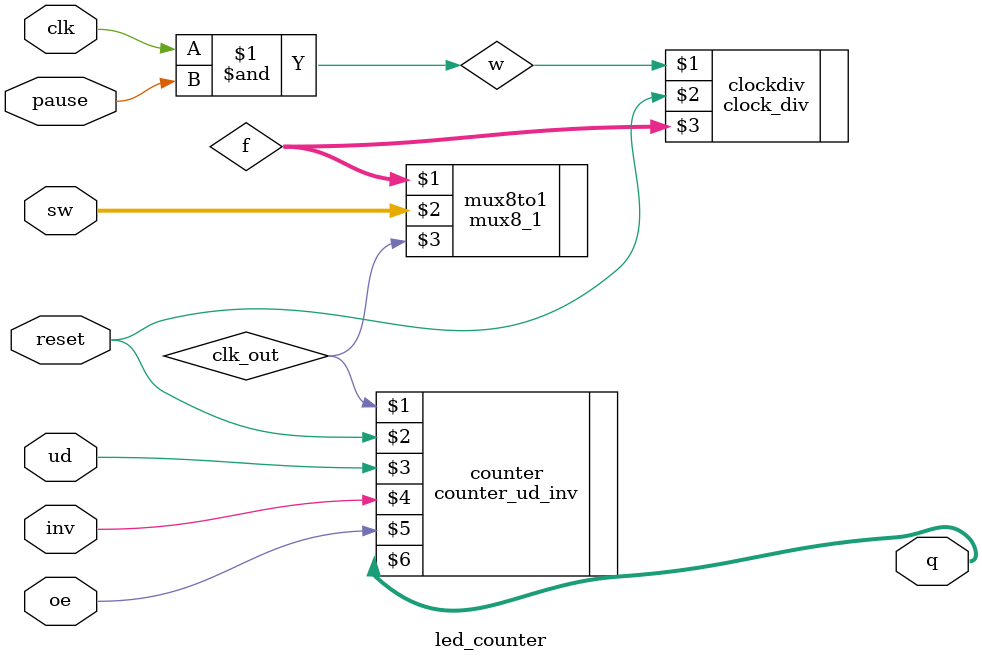
<source format=v>
`timescale 1ns / 1ps
module led_counter(
	input clk, reset, ud, pause, inv,oe,
	input [2:0] sw,
	output [7:0] q
    );
	 wire [7:0] f;
	 wire clk_out, w;
assign w = clk & pause;		
clock_div clockdiv (w, reset, f);
mux8_1 mux8to1 (f, sw, clk_out);
counter_ud_inv counter (clk_out, reset, ud, inv, oe, q);

endmodule

</source>
